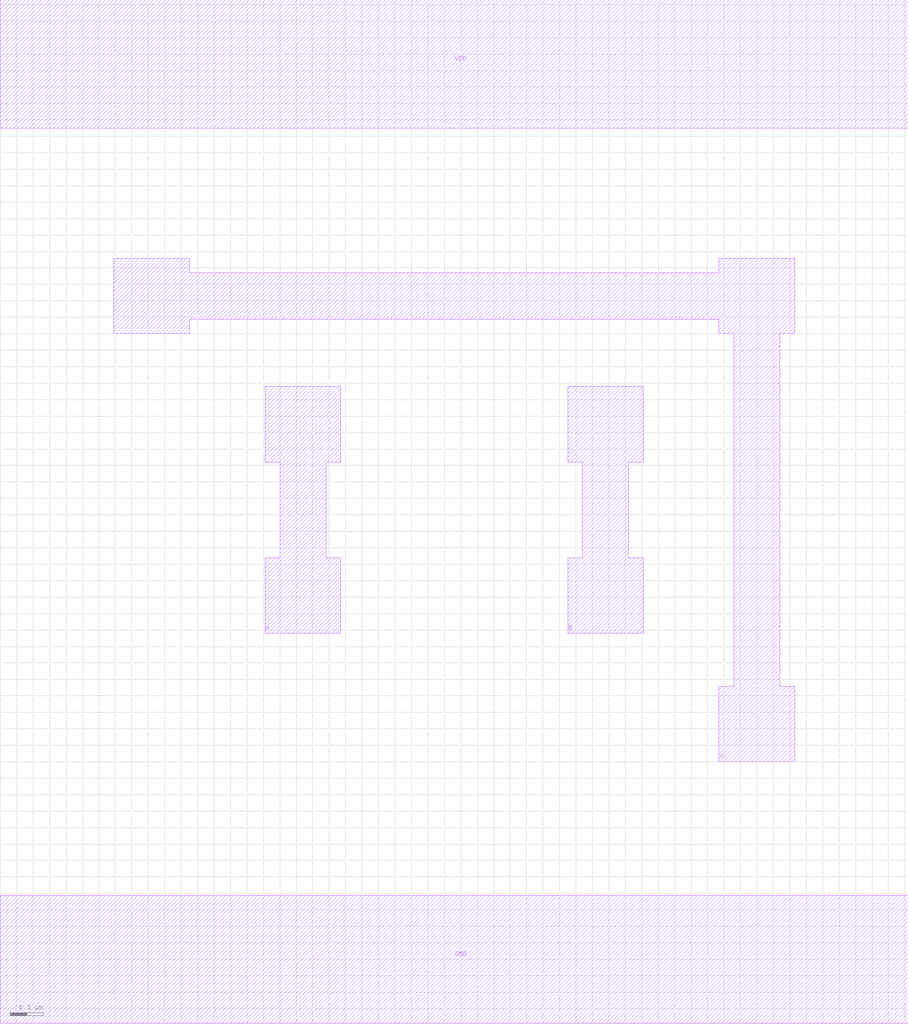
<source format=lef>
MACRO NAND2X1
 CLASS CORE ;
 ORIGIN 0 0 ;
 FOREIGN NAND2X1 0 0 ;
 SITE CORE ;
 SYMMETRY X Y R90 ;
  PIN VDD
   DIRECTION INOUT ;
   USE SIGNAL ;
   SHAPE ABUTMENT ;
    PORT
     CLASS CORE ;
       LAYER metal2 ;
        RECT 0.00000000 2.52500000 2.76000000 2.91500000 ;
    END
  END VDD

  PIN GND
   DIRECTION INOUT ;
   USE SIGNAL ;
   SHAPE ABUTMENT ;
    PORT
     CLASS CORE ;
       LAYER metal2 ;
        RECT 0.00000000 -0.19500000 2.76000000 0.19500000 ;
    END
  END GND

  PIN Y
   DIRECTION INOUT ;
   USE SIGNAL ;
   SHAPE ABUTMENT ;
    PORT
     CLASS CORE ;
       LAYER metal2 ;
        POLYGON 2.18500000 0.60000000 2.18500000 0.83000000 2.23000000 0.83000000 2.23000000 1.90000000 2.18500000 1.90000000 2.18500000 1.94500000 0.57500000 1.94500000 0.57500000 1.90000000 0.34500000 1.90000000 0.34500000 2.13000000 0.57500000 2.13000000 0.57500000 2.08500000 2.18500000 2.08500000 2.18500000 2.13000000 2.41500000 2.13000000 2.41500000 1.90000000 2.37000000 1.90000000 2.37000000 0.83000000 2.41500000 0.83000000 2.41500000 0.60000000 ;
    END
  END Y

  PIN B
   DIRECTION INOUT ;
   USE SIGNAL ;
   SHAPE ABUTMENT ;
    PORT
     CLASS CORE ;
       LAYER metal2 ;
        POLYGON 1.72500000 0.99000000 1.72500000 1.22000000 1.77000000 1.22000000 1.77000000 1.51000000 1.72500000 1.51000000 1.72500000 1.74000000 1.95500000 1.74000000 1.95500000 1.51000000 1.91000000 1.51000000 1.91000000 1.22000000 1.95500000 1.22000000 1.95500000 0.99000000 ;
    END
  END B

  PIN A
   DIRECTION INOUT ;
   USE SIGNAL ;
   SHAPE ABUTMENT ;
    PORT
     CLASS CORE ;
       LAYER metal2 ;
        POLYGON 0.80500000 0.99000000 0.80500000 1.22000000 0.85000000 1.22000000 0.85000000 1.51000000 0.80500000 1.51000000 0.80500000 1.74000000 1.03500000 1.74000000 1.03500000 1.51000000 0.99000000 1.51000000 0.99000000 1.22000000 1.03500000 1.22000000 1.03500000 0.99000000 ;
    END
  END A


END NAND2X1

</source>
